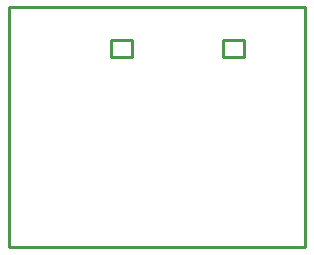
<source format=gbr>
G04 EAGLE Gerber RS-274X export*
G75*
%MOMM*%
%FSLAX34Y34*%
%LPD*%
%IN*%
%IPPOS*%
%AMOC8*
5,1,8,0,0,1.08239X$1,22.5*%
G01*
%ADD10C,0.254000*%


D10*
X0Y0D02*
X250825Y0D01*
X250825Y203200D01*
X0Y203200D01*
X0Y0D01*
X181375Y161275D02*
X199375Y161275D01*
X199375Y175275D01*
X181375Y175275D01*
X181375Y161275D01*
X86375Y161275D02*
X104375Y161275D01*
X104375Y175275D01*
X86375Y175275D01*
X86375Y161275D01*
M02*

</source>
